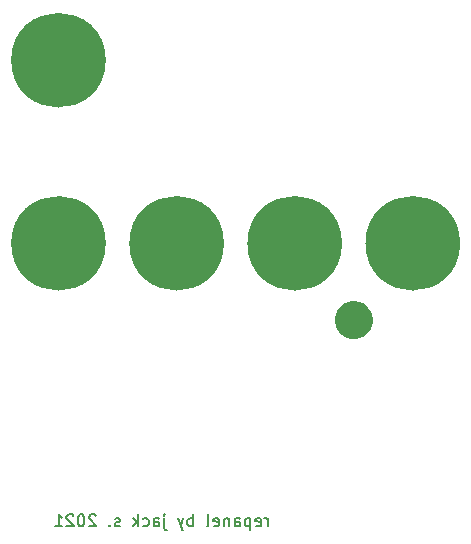
<source format=gbr>
G04 #@! TF.GenerationSoftware,KiCad,Pcbnew,(5.1.5-0)*
G04 #@! TF.CreationDate,2021-01-19T23:08:31-08:00*
G04 #@! TF.ProjectId,badumtiss,62616475-6d74-4697-9373-2e6b69636164,rev?*
G04 #@! TF.SameCoordinates,Original*
G04 #@! TF.FileFunction,Soldermask,Bot*
G04 #@! TF.FilePolarity,Negative*
%FSLAX46Y46*%
G04 Gerber Fmt 4.6, Leading zero omitted, Abs format (unit mm)*
G04 Created by KiCad (PCBNEW (5.1.5-0)) date 2021-01-19 23:08:31*
%MOMM*%
%LPD*%
G04 APERTURE LIST*
%ADD10C,1.000000*%
%ADD11C,0.150000*%
%ADD12C,0.100000*%
G04 APERTURE END LIST*
D10*
X38500000Y-97500000D02*
G75*
G03X38500000Y-97500000I-3500000J0D01*
G01*
X8500000Y-82000000D02*
G75*
G03X8500000Y-82000000I-3500000J0D01*
G01*
D11*
X22726190Y-121452380D02*
X22726190Y-120785714D01*
X22726190Y-120976190D02*
X22678571Y-120880952D01*
X22630952Y-120833333D01*
X22535714Y-120785714D01*
X22440476Y-120785714D01*
X21726190Y-121404761D02*
X21821428Y-121452380D01*
X22011904Y-121452380D01*
X22107142Y-121404761D01*
X22154761Y-121309523D01*
X22154761Y-120928571D01*
X22107142Y-120833333D01*
X22011904Y-120785714D01*
X21821428Y-120785714D01*
X21726190Y-120833333D01*
X21678571Y-120928571D01*
X21678571Y-121023809D01*
X22154761Y-121119047D01*
X21250000Y-120785714D02*
X21250000Y-121785714D01*
X21250000Y-120833333D02*
X21154761Y-120785714D01*
X20964285Y-120785714D01*
X20869047Y-120833333D01*
X20821428Y-120880952D01*
X20773809Y-120976190D01*
X20773809Y-121261904D01*
X20821428Y-121357142D01*
X20869047Y-121404761D01*
X20964285Y-121452380D01*
X21154761Y-121452380D01*
X21250000Y-121404761D01*
X19916666Y-121452380D02*
X19916666Y-120928571D01*
X19964285Y-120833333D01*
X20059523Y-120785714D01*
X20250000Y-120785714D01*
X20345238Y-120833333D01*
X19916666Y-121404761D02*
X20011904Y-121452380D01*
X20250000Y-121452380D01*
X20345238Y-121404761D01*
X20392857Y-121309523D01*
X20392857Y-121214285D01*
X20345238Y-121119047D01*
X20250000Y-121071428D01*
X20011904Y-121071428D01*
X19916666Y-121023809D01*
X19440476Y-120785714D02*
X19440476Y-121452380D01*
X19440476Y-120880952D02*
X19392857Y-120833333D01*
X19297619Y-120785714D01*
X19154761Y-120785714D01*
X19059523Y-120833333D01*
X19011904Y-120928571D01*
X19011904Y-121452380D01*
X18154761Y-121404761D02*
X18250000Y-121452380D01*
X18440476Y-121452380D01*
X18535714Y-121404761D01*
X18583333Y-121309523D01*
X18583333Y-120928571D01*
X18535714Y-120833333D01*
X18440476Y-120785714D01*
X18250000Y-120785714D01*
X18154761Y-120833333D01*
X18107142Y-120928571D01*
X18107142Y-121023809D01*
X18583333Y-121119047D01*
X17535714Y-121452380D02*
X17630952Y-121404761D01*
X17678571Y-121309523D01*
X17678571Y-120452380D01*
X16392857Y-121452380D02*
X16392857Y-120452380D01*
X16392857Y-120833333D02*
X16297619Y-120785714D01*
X16107142Y-120785714D01*
X16011904Y-120833333D01*
X15964285Y-120880952D01*
X15916666Y-120976190D01*
X15916666Y-121261904D01*
X15964285Y-121357142D01*
X16011904Y-121404761D01*
X16107142Y-121452380D01*
X16297619Y-121452380D01*
X16392857Y-121404761D01*
X15583333Y-120785714D02*
X15345238Y-121452380D01*
X15107142Y-120785714D02*
X15345238Y-121452380D01*
X15440476Y-121690476D01*
X15488095Y-121738095D01*
X15583333Y-121785714D01*
X13964285Y-120785714D02*
X13964285Y-121642857D01*
X14011904Y-121738095D01*
X14107142Y-121785714D01*
X14154761Y-121785714D01*
X13964285Y-120452380D02*
X14011904Y-120500000D01*
X13964285Y-120547619D01*
X13916666Y-120500000D01*
X13964285Y-120452380D01*
X13964285Y-120547619D01*
X13059523Y-121452380D02*
X13059523Y-120928571D01*
X13107142Y-120833333D01*
X13202380Y-120785714D01*
X13392857Y-120785714D01*
X13488095Y-120833333D01*
X13059523Y-121404761D02*
X13154761Y-121452380D01*
X13392857Y-121452380D01*
X13488095Y-121404761D01*
X13535714Y-121309523D01*
X13535714Y-121214285D01*
X13488095Y-121119047D01*
X13392857Y-121071428D01*
X13154761Y-121071428D01*
X13059523Y-121023809D01*
X12154761Y-121404761D02*
X12250000Y-121452380D01*
X12440476Y-121452380D01*
X12535714Y-121404761D01*
X12583333Y-121357142D01*
X12630952Y-121261904D01*
X12630952Y-120976190D01*
X12583333Y-120880952D01*
X12535714Y-120833333D01*
X12440476Y-120785714D01*
X12250000Y-120785714D01*
X12154761Y-120833333D01*
X11726190Y-121452380D02*
X11726190Y-120452380D01*
X11630952Y-121071428D02*
X11345238Y-121452380D01*
X11345238Y-120785714D02*
X11726190Y-121166666D01*
X10202380Y-121404761D02*
X10107142Y-121452380D01*
X9916666Y-121452380D01*
X9821428Y-121404761D01*
X9773809Y-121309523D01*
X9773809Y-121261904D01*
X9821428Y-121166666D01*
X9916666Y-121119047D01*
X10059523Y-121119047D01*
X10154761Y-121071428D01*
X10202380Y-120976190D01*
X10202380Y-120928571D01*
X10154761Y-120833333D01*
X10059523Y-120785714D01*
X9916666Y-120785714D01*
X9821428Y-120833333D01*
X9345238Y-121357142D02*
X9297619Y-121404761D01*
X9345238Y-121452380D01*
X9392857Y-121404761D01*
X9345238Y-121357142D01*
X9345238Y-121452380D01*
X8154761Y-120547619D02*
X8107142Y-120500000D01*
X8011904Y-120452380D01*
X7773809Y-120452380D01*
X7678571Y-120500000D01*
X7630952Y-120547619D01*
X7583333Y-120642857D01*
X7583333Y-120738095D01*
X7630952Y-120880952D01*
X8202380Y-121452380D01*
X7583333Y-121452380D01*
X6964285Y-120452380D02*
X6869047Y-120452380D01*
X6773809Y-120500000D01*
X6726190Y-120547619D01*
X6678571Y-120642857D01*
X6630952Y-120833333D01*
X6630952Y-121071428D01*
X6678571Y-121261904D01*
X6726190Y-121357142D01*
X6773809Y-121404761D01*
X6869047Y-121452380D01*
X6964285Y-121452380D01*
X7059523Y-121404761D01*
X7107142Y-121357142D01*
X7154761Y-121261904D01*
X7202380Y-121071428D01*
X7202380Y-120833333D01*
X7154761Y-120642857D01*
X7107142Y-120547619D01*
X7059523Y-120500000D01*
X6964285Y-120452380D01*
X6250000Y-120547619D02*
X6202380Y-120500000D01*
X6107142Y-120452380D01*
X5869047Y-120452380D01*
X5773809Y-120500000D01*
X5726190Y-120547619D01*
X5678571Y-120642857D01*
X5678571Y-120738095D01*
X5726190Y-120880952D01*
X6297619Y-121452380D01*
X5678571Y-121452380D01*
X4726190Y-121452380D02*
X5297619Y-121452380D01*
X5011904Y-121452380D02*
X5011904Y-120452380D01*
X5107142Y-120595238D01*
X5202380Y-120690476D01*
X5297619Y-120738095D01*
D10*
X8500000Y-97500000D02*
G75*
G03X8500000Y-97500000I-3500000J0D01*
G01*
X18500000Y-97500000D02*
G75*
G03X18500000Y-97500000I-3500000J0D01*
G01*
X28500000Y-97500000D02*
G75*
G03X28500000Y-97500000I-3500000J0D01*
G01*
D12*
G36*
X30196217Y-102406665D02*
G01*
X30466995Y-102460525D01*
X30758358Y-102581212D01*
X31020578Y-102756422D01*
X31243578Y-102979422D01*
X31418788Y-103241642D01*
X31539475Y-103533005D01*
X31601000Y-103842315D01*
X31601000Y-104157685D01*
X31539475Y-104466995D01*
X31418788Y-104758358D01*
X31243578Y-105020578D01*
X31020578Y-105243578D01*
X30758358Y-105418788D01*
X30466995Y-105539475D01*
X30196217Y-105593335D01*
X30157686Y-105601000D01*
X29842314Y-105601000D01*
X29803783Y-105593335D01*
X29533005Y-105539475D01*
X29241642Y-105418788D01*
X28979422Y-105243578D01*
X28756422Y-105020578D01*
X28581212Y-104758358D01*
X28460525Y-104466995D01*
X28399000Y-104157685D01*
X28399000Y-103842315D01*
X28460525Y-103533005D01*
X28581212Y-103241642D01*
X28756422Y-102979422D01*
X28979422Y-102756422D01*
X29241642Y-102581212D01*
X29533005Y-102460525D01*
X29803783Y-102406665D01*
X29842314Y-102399000D01*
X30157686Y-102399000D01*
X30196217Y-102406665D01*
G37*
G36*
X35604975Y-94458585D02*
G01*
X35904528Y-94518170D01*
X36468874Y-94751930D01*
X36976772Y-95091296D01*
X37408704Y-95523228D01*
X37748070Y-96031126D01*
X37981830Y-96595472D01*
X38101000Y-97194578D01*
X38101000Y-97805422D01*
X37981830Y-98404528D01*
X37748070Y-98968874D01*
X37408704Y-99476772D01*
X36976772Y-99908704D01*
X36468874Y-100248070D01*
X35904528Y-100481830D01*
X35604975Y-100541415D01*
X35305423Y-100601000D01*
X34694577Y-100601000D01*
X34395025Y-100541415D01*
X34095472Y-100481830D01*
X33531126Y-100248070D01*
X33023228Y-99908704D01*
X32591296Y-99476772D01*
X32251930Y-98968874D01*
X32018170Y-98404528D01*
X31899000Y-97805422D01*
X31899000Y-97194578D01*
X32018170Y-96595472D01*
X32251930Y-96031126D01*
X32591296Y-95523228D01*
X33023228Y-95091296D01*
X33531126Y-94751930D01*
X34095472Y-94518170D01*
X34395025Y-94458585D01*
X34694577Y-94399000D01*
X35305423Y-94399000D01*
X35604975Y-94458585D01*
G37*
G36*
X25604975Y-94458585D02*
G01*
X25904528Y-94518170D01*
X26468874Y-94751930D01*
X26976772Y-95091296D01*
X27408704Y-95523228D01*
X27748070Y-96031126D01*
X27981830Y-96595472D01*
X28101000Y-97194578D01*
X28101000Y-97805422D01*
X27981830Y-98404528D01*
X27748070Y-98968874D01*
X27408704Y-99476772D01*
X26976772Y-99908704D01*
X26468874Y-100248070D01*
X25904528Y-100481830D01*
X25604975Y-100541415D01*
X25305423Y-100601000D01*
X24694577Y-100601000D01*
X24395025Y-100541415D01*
X24095472Y-100481830D01*
X23531126Y-100248070D01*
X23023228Y-99908704D01*
X22591296Y-99476772D01*
X22251930Y-98968874D01*
X22018170Y-98404528D01*
X21899000Y-97805422D01*
X21899000Y-97194578D01*
X22018170Y-96595472D01*
X22251930Y-96031126D01*
X22591296Y-95523228D01*
X23023228Y-95091296D01*
X23531126Y-94751930D01*
X24095472Y-94518170D01*
X24395025Y-94458585D01*
X24694577Y-94399000D01*
X25305423Y-94399000D01*
X25604975Y-94458585D01*
G37*
G36*
X15604975Y-94458585D02*
G01*
X15904528Y-94518170D01*
X16468874Y-94751930D01*
X16976772Y-95091296D01*
X17408704Y-95523228D01*
X17748070Y-96031126D01*
X17981830Y-96595472D01*
X18101000Y-97194578D01*
X18101000Y-97805422D01*
X17981830Y-98404528D01*
X17748070Y-98968874D01*
X17408704Y-99476772D01*
X16976772Y-99908704D01*
X16468874Y-100248070D01*
X15904528Y-100481830D01*
X15604975Y-100541415D01*
X15305423Y-100601000D01*
X14694577Y-100601000D01*
X14395025Y-100541415D01*
X14095472Y-100481830D01*
X13531126Y-100248070D01*
X13023228Y-99908704D01*
X12591296Y-99476772D01*
X12251930Y-98968874D01*
X12018170Y-98404528D01*
X11899000Y-97805422D01*
X11899000Y-97194578D01*
X12018170Y-96595472D01*
X12251930Y-96031126D01*
X12591296Y-95523228D01*
X13023228Y-95091296D01*
X13531126Y-94751930D01*
X14095472Y-94518170D01*
X14395025Y-94458585D01*
X14694577Y-94399000D01*
X15305423Y-94399000D01*
X15604975Y-94458585D01*
G37*
G36*
X5604975Y-94458585D02*
G01*
X5904528Y-94518170D01*
X6468874Y-94751930D01*
X6976772Y-95091296D01*
X7408704Y-95523228D01*
X7748070Y-96031126D01*
X7981830Y-96595472D01*
X8101000Y-97194578D01*
X8101000Y-97805422D01*
X7981830Y-98404528D01*
X7748070Y-98968874D01*
X7408704Y-99476772D01*
X6976772Y-99908704D01*
X6468874Y-100248070D01*
X5904528Y-100481830D01*
X5604975Y-100541415D01*
X5305423Y-100601000D01*
X4694577Y-100601000D01*
X4395025Y-100541415D01*
X4095472Y-100481830D01*
X3531126Y-100248070D01*
X3023228Y-99908704D01*
X2591296Y-99476772D01*
X2251930Y-98968874D01*
X2018170Y-98404528D01*
X1899000Y-97805422D01*
X1899000Y-97194578D01*
X2018170Y-96595472D01*
X2251930Y-96031126D01*
X2591296Y-95523228D01*
X3023228Y-95091296D01*
X3531126Y-94751930D01*
X4095472Y-94518170D01*
X4395025Y-94458585D01*
X4694577Y-94399000D01*
X5305423Y-94399000D01*
X5604975Y-94458585D01*
G37*
G36*
X5604975Y-78958585D02*
G01*
X5904528Y-79018170D01*
X6468874Y-79251930D01*
X6976772Y-79591296D01*
X7408704Y-80023228D01*
X7748070Y-80531126D01*
X7981830Y-81095472D01*
X8101000Y-81694578D01*
X8101000Y-82305422D01*
X7981830Y-82904528D01*
X7748070Y-83468874D01*
X7408704Y-83976772D01*
X6976772Y-84408704D01*
X6468874Y-84748070D01*
X5904528Y-84981830D01*
X5604975Y-85041415D01*
X5305423Y-85101000D01*
X4694577Y-85101000D01*
X4395025Y-85041415D01*
X4095472Y-84981830D01*
X3531126Y-84748070D01*
X3023228Y-84408704D01*
X2591296Y-83976772D01*
X2251930Y-83468874D01*
X2018170Y-82904528D01*
X1899000Y-82305422D01*
X1899000Y-81694578D01*
X2018170Y-81095472D01*
X2251930Y-80531126D01*
X2591296Y-80023228D01*
X3023228Y-79591296D01*
X3531126Y-79251930D01*
X4095472Y-79018170D01*
X4395025Y-78958585D01*
X4694577Y-78899000D01*
X5305423Y-78899000D01*
X5604975Y-78958585D01*
G37*
M02*

</source>
